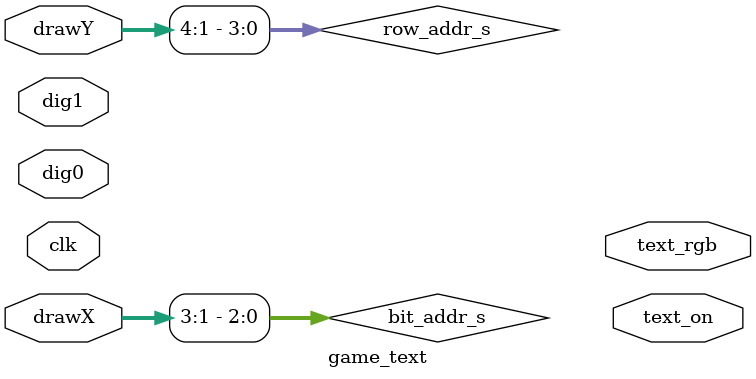
<source format=sv>
module game_text(
    input clk,
    input [3:0] dig0, dig1,
    input [9:0] drawX, drawY,
    output text_on,
  output reg [11:0] text_rgb
);

//signals
    wire [10:0] rom_addr;
    reg [6:0] char_addr, char_addr_s, char_addr_l, char_addr_r, char_addr_o;
    reg [3:0] row_addr;
    wire [3:0] row_addr_s, row_addr_l, row_addr_r, row_addr_o;
    reg [2:0] bit_addr;
    wire [2:0] bit_addr_s, bit_addr_l, bit_addr_r, bit_addr_o;
    wire [7:0] ascii_word;
    wire ascii_bit, score_on, logo_on, rule_on, over_on;
    wire [7:0] rule_rom_addr;

//Display Fail Region
    assign fail_on  = (drawY >= 32) && (drawY < 64) && (drawX[9:4] < 16);
    assign row_addr_s = drawY[4:1];
   assign bit_addr_s = drawX[3:1];
//Display Level Region

//Display Game Start Region


  
endmodule

</source>
